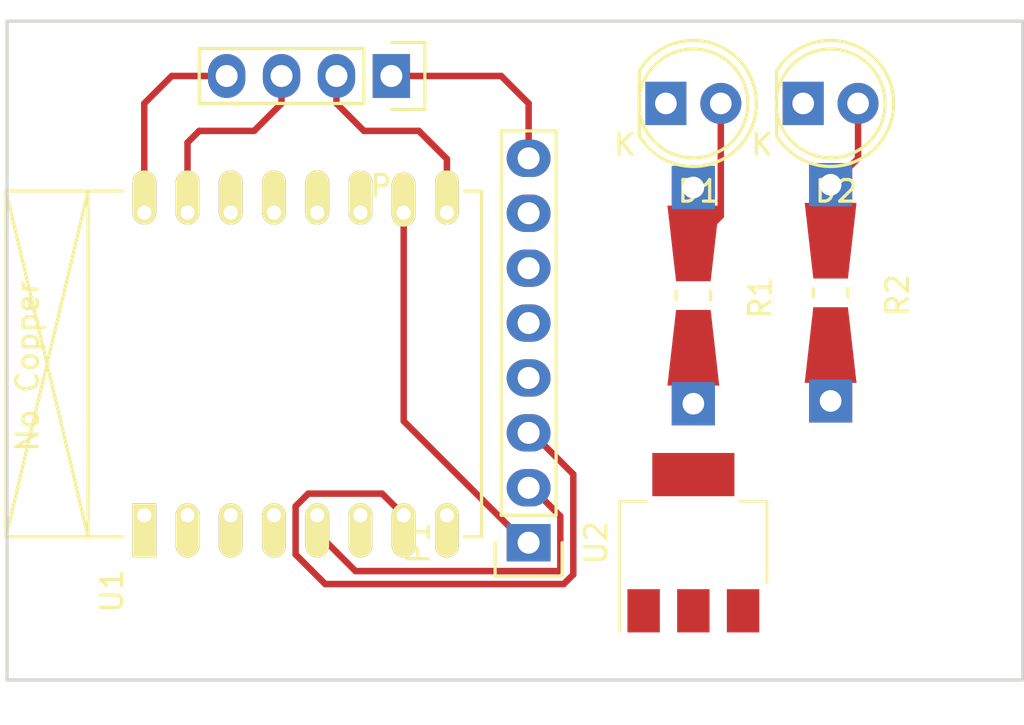
<source format=kicad_pcb>
(kicad_pcb (version 4) (host pcbnew 4.0.5+dfsg1-4)

  (general
    (links 24)
    (no_connects 20)
    (area 161.214999 126.924999 208.355001 157.555001)
    (thickness 1.6)
    (drawings 5)
    (tracks 41)
    (zones 0)
    (modules 8)
    (nets 21)
  )

  (page A4)
  (layers
    (0 F.Cu signal)
    (31 B.Cu signal)
    (32 B.Adhes user)
    (33 F.Adhes user)
    (34 B.Paste user)
    (35 F.Paste user)
    (36 B.SilkS user)
    (37 F.SilkS user)
    (38 B.Mask user)
    (39 F.Mask user)
    (40 Dwgs.User user)
    (41 Cmts.User user)
    (42 Eco1.User user)
    (43 Eco2.User user)
    (44 Edge.Cuts user)
    (45 Margin user)
    (46 B.CrtYd user)
    (47 F.CrtYd user)
    (48 B.Fab user)
    (49 F.Fab user)
  )

  (setup
    (last_trace_width 0.3)
    (trace_clearance 0.3)
    (zone_clearance 0.508)
    (zone_45_only no)
    (trace_min 0.2)
    (segment_width 0.2)
    (edge_width 0.15)
    (via_size 0.8)
    (via_drill 0.6)
    (via_min_size 0.4)
    (via_min_drill 0.3)
    (uvia_size 0.3)
    (uvia_drill 0.1)
    (uvias_allowed no)
    (uvia_min_size 0.2)
    (uvia_min_drill 0.1)
    (pcb_text_width 0.3)
    (pcb_text_size 1.5 1.5)
    (mod_edge_width 0.15)
    (mod_text_size 1 1)
    (mod_text_width 0.15)
    (pad_size 1.524 1.524)
    (pad_drill 0.762)
    (pad_to_mask_clearance 0.2)
    (aux_axis_origin 0 0)
    (visible_elements FFFFFF7F)
    (pcbplotparams
      (layerselection 0x00030_80000001)
      (usegerberextensions false)
      (excludeedgelayer true)
      (linewidth 0.100000)
      (plotframeref false)
      (viasonmask false)
      (mode 1)
      (useauxorigin false)
      (hpglpennumber 1)
      (hpglpenspeed 20)
      (hpglpendiameter 15)
      (hpglpenoverlay 2)
      (psnegative false)
      (psa4output false)
      (plotreference true)
      (plotvalue true)
      (plotinvisibletext false)
      (padsonsilk false)
      (subtractmaskfromsilk false)
      (outputformat 1)
      (mirror false)
      (drillshape 1)
      (scaleselection 1)
      (outputdirectory ""))
  )

  (net 0 "")
  (net 1 GND)
  (net 2 "Net-(D1-Pad2)")
  (net 3 "Net-(D2-Pad2)")
  (net 4 SDA)
  (net 5 SCK)
  (net 6 MOSI)
  (net 7 MISO)
  (net 8 "Net-(P1-Pad5)")
  (net 9 RST)
  (net 10 VCC)
  (net 11 TX)
  (net 12 RX)
  (net 13 "Net-(R1-Pad2)")
  (net 14 "Net-(R2-Pad2)")
  (net 15 "Net-(U1-Pad1)")
  (net 16 "Net-(U1-Pad2)")
  (net 17 "Net-(U1-Pad3)")
  (net 18 "Net-(U1-Pad4)")
  (net 19 "Net-(U1-Pad11)")
  (net 20 "Net-(P3-Pad1)")

  (net_class Default "This is the default net class."
    (clearance 0.3)
    (trace_width 0.3)
    (via_dia 0.8)
    (via_drill 0.6)
    (uvia_dia 0.3)
    (uvia_drill 0.1)
    (add_net GND)
    (add_net MISO)
    (add_net MOSI)
    (add_net "Net-(D1-Pad2)")
    (add_net "Net-(D2-Pad2)")
    (add_net "Net-(P1-Pad5)")
    (add_net "Net-(P3-Pad1)")
    (add_net "Net-(R1-Pad2)")
    (add_net "Net-(R2-Pad2)")
    (add_net "Net-(U1-Pad1)")
    (add_net "Net-(U1-Pad11)")
    (add_net "Net-(U1-Pad2)")
    (add_net "Net-(U1-Pad3)")
    (add_net "Net-(U1-Pad4)")
    (add_net RST)
    (add_net RX)
    (add_net SCK)
    (add_net SDA)
    (add_net TX)
    (add_net VCC)
  )

  (module LEDs:LED-5MM (layer F.Cu) (tedit 5570F7EA) (tstamp 59A45A07)
    (at 191.77 130.81)
    (descr "LED 5mm round vertical")
    (tags "LED 5mm round vertical")
    (path /59A45CDB)
    (fp_text reference D1 (at 1.524 4.064) (layer F.SilkS)
      (effects (font (size 1 1) (thickness 0.15)))
    )
    (fp_text value LED (at 1.524 -3.937) (layer F.Fab)
      (effects (font (size 1 1) (thickness 0.15)))
    )
    (fp_line (start -1.5 -1.55) (end -1.5 1.55) (layer F.CrtYd) (width 0.05))
    (fp_arc (start 1.3 0) (end -1.5 1.55) (angle -302) (layer F.CrtYd) (width 0.05))
    (fp_arc (start 1.27 0) (end -1.23 -1.5) (angle 297.5) (layer F.SilkS) (width 0.15))
    (fp_line (start -1.23 1.5) (end -1.23 -1.5) (layer F.SilkS) (width 0.15))
    (fp_circle (center 1.27 0) (end 0.97 -2.5) (layer F.SilkS) (width 0.15))
    (fp_text user K (at -1.905 1.905) (layer F.SilkS)
      (effects (font (size 1 1) (thickness 0.15)))
    )
    (pad 1 thru_hole rect (at 0 0 90) (size 2 1.9) (drill 1.00076) (layers *.Cu *.Mask)
      (net 1 GND))
    (pad 2 thru_hole circle (at 2.54 0) (size 1.9 1.9) (drill 1.00076) (layers *.Cu *.Mask)
      (net 2 "Net-(D1-Pad2)"))
    (model LEDs.3dshapes/LED-5MM.wrl
      (at (xyz 0.05 0 0))
      (scale (xyz 1 1 1))
      (rotate (xyz 0 0 90))
    )
  )

  (module LEDs:LED-5MM (layer F.Cu) (tedit 5570F7EA) (tstamp 59A45A0D)
    (at 198.12 130.81)
    (descr "LED 5mm round vertical")
    (tags "LED 5mm round vertical")
    (path /59A45D67)
    (fp_text reference D2 (at 1.524 4.064) (layer F.SilkS)
      (effects (font (size 1 1) (thickness 0.15)))
    )
    (fp_text value LED (at 1.524 -3.937) (layer F.Fab)
      (effects (font (size 1 1) (thickness 0.15)))
    )
    (fp_line (start -1.5 -1.55) (end -1.5 1.55) (layer F.CrtYd) (width 0.05))
    (fp_arc (start 1.3 0) (end -1.5 1.55) (angle -302) (layer F.CrtYd) (width 0.05))
    (fp_arc (start 1.27 0) (end -1.23 -1.5) (angle 297.5) (layer F.SilkS) (width 0.15))
    (fp_line (start -1.23 1.5) (end -1.23 -1.5) (layer F.SilkS) (width 0.15))
    (fp_circle (center 1.27 0) (end 0.97 -2.5) (layer F.SilkS) (width 0.15))
    (fp_text user K (at -1.905 1.905) (layer F.SilkS)
      (effects (font (size 1 1) (thickness 0.15)))
    )
    (pad 1 thru_hole rect (at 0 0 90) (size 2 1.9) (drill 1.00076) (layers *.Cu *.Mask)
      (net 1 GND))
    (pad 2 thru_hole circle (at 2.54 0) (size 1.9 1.9) (drill 1.00076) (layers *.Cu *.Mask)
      (net 3 "Net-(D2-Pad2)"))
    (model LEDs.3dshapes/LED-5MM.wrl
      (at (xyz 0.05 0 0))
      (scale (xyz 1 1 1))
      (rotate (xyz 0 0 90))
    )
  )

  (module Socket_Strips:Socket_Strip_Straight_1x08 (layer F.Cu) (tedit 0) (tstamp 59A45A19)
    (at 185.42 151.13 90)
    (descr "Through hole socket strip")
    (tags "socket strip")
    (path /59A455AD)
    (fp_text reference P1 (at 0 -5.1 90) (layer F.SilkS)
      (effects (font (size 1 1) (thickness 0.15)))
    )
    (fp_text value RFID-RC522-MODULE (at 0 -3.1 90) (layer F.Fab)
      (effects (font (size 1 1) (thickness 0.15)))
    )
    (fp_line (start -1.75 -1.75) (end -1.75 1.75) (layer F.CrtYd) (width 0.05))
    (fp_line (start 19.55 -1.75) (end 19.55 1.75) (layer F.CrtYd) (width 0.05))
    (fp_line (start -1.75 -1.75) (end 19.55 -1.75) (layer F.CrtYd) (width 0.05))
    (fp_line (start -1.75 1.75) (end 19.55 1.75) (layer F.CrtYd) (width 0.05))
    (fp_line (start 1.27 1.27) (end 19.05 1.27) (layer F.SilkS) (width 0.15))
    (fp_line (start 19.05 1.27) (end 19.05 -1.27) (layer F.SilkS) (width 0.15))
    (fp_line (start 19.05 -1.27) (end 1.27 -1.27) (layer F.SilkS) (width 0.15))
    (fp_line (start -1.55 1.55) (end 0 1.55) (layer F.SilkS) (width 0.15))
    (fp_line (start 1.27 1.27) (end 1.27 -1.27) (layer F.SilkS) (width 0.15))
    (fp_line (start 0 -1.55) (end -1.55 -1.55) (layer F.SilkS) (width 0.15))
    (fp_line (start -1.55 -1.55) (end -1.55 1.55) (layer F.SilkS) (width 0.15))
    (pad 1 thru_hole rect (at 0 0 90) (size 1.7272 2.032) (drill 1.016) (layers *.Cu *.Mask)
      (net 4 SDA))
    (pad 2 thru_hole oval (at 2.54 0 90) (size 1.7272 2.032) (drill 1.016) (layers *.Cu *.Mask)
      (net 5 SCK))
    (pad 3 thru_hole oval (at 5.08 0 90) (size 1.7272 2.032) (drill 1.016) (layers *.Cu *.Mask)
      (net 6 MOSI))
    (pad 4 thru_hole oval (at 7.62 0 90) (size 1.7272 2.032) (drill 1.016) (layers *.Cu *.Mask)
      (net 7 MISO))
    (pad 5 thru_hole oval (at 10.16 0 90) (size 1.7272 2.032) (drill 1.016) (layers *.Cu *.Mask)
      (net 8 "Net-(P1-Pad5)"))
    (pad 6 thru_hole oval (at 12.7 0 90) (size 1.7272 2.032) (drill 1.016) (layers *.Cu *.Mask)
      (net 1 GND))
    (pad 7 thru_hole oval (at 15.24 0 90) (size 1.7272 2.032) (drill 1.016) (layers *.Cu *.Mask)
      (net 9 RST))
    (pad 8 thru_hole oval (at 17.78 0 90) (size 1.7272 2.032) (drill 1.016) (layers *.Cu *.Mask)
      (net 10 VCC))
    (model Socket_Strips.3dshapes/Socket_Strip_Straight_1x08.wrl
      (at (xyz 0.35 0 0))
      (scale (xyz 1 1 1))
      (rotate (xyz 0 0 180))
    )
  )

  (module Socket_Strips:Socket_Strip_Straight_1x04 (layer F.Cu) (tedit 0) (tstamp 59A45A21)
    (at 179.07 129.54 180)
    (descr "Through hole socket strip")
    (tags "socket strip")
    (path /59A469C0)
    (fp_text reference P2 (at 0 -5.1 180) (layer F.SilkS)
      (effects (font (size 1 1) (thickness 0.15)))
    )
    (fp_text value CONN_01X04 (at 0 -3.1 180) (layer F.Fab)
      (effects (font (size 1 1) (thickness 0.15)))
    )
    (fp_line (start -1.75 -1.75) (end -1.75 1.75) (layer F.CrtYd) (width 0.05))
    (fp_line (start 9.4 -1.75) (end 9.4 1.75) (layer F.CrtYd) (width 0.05))
    (fp_line (start -1.75 -1.75) (end 9.4 -1.75) (layer F.CrtYd) (width 0.05))
    (fp_line (start -1.75 1.75) (end 9.4 1.75) (layer F.CrtYd) (width 0.05))
    (fp_line (start 1.27 -1.27) (end 8.89 -1.27) (layer F.SilkS) (width 0.15))
    (fp_line (start 1.27 1.27) (end 8.89 1.27) (layer F.SilkS) (width 0.15))
    (fp_line (start -1.55 1.55) (end 0 1.55) (layer F.SilkS) (width 0.15))
    (fp_line (start 8.89 -1.27) (end 8.89 1.27) (layer F.SilkS) (width 0.15))
    (fp_line (start 1.27 1.27) (end 1.27 -1.27) (layer F.SilkS) (width 0.15))
    (fp_line (start 0 -1.55) (end -1.55 -1.55) (layer F.SilkS) (width 0.15))
    (fp_line (start -1.55 -1.55) (end -1.55 1.55) (layer F.SilkS) (width 0.15))
    (pad 1 thru_hole rect (at 0 0 180) (size 1.7272 2.032) (drill 1.016) (layers *.Cu *.Mask)
      (net 10 VCC))
    (pad 2 thru_hole oval (at 2.54 0 180) (size 1.7272 2.032) (drill 1.016) (layers *.Cu *.Mask)
      (net 1 GND))
    (pad 3 thru_hole oval (at 5.08 0 180) (size 1.7272 2.032) (drill 1.016) (layers *.Cu *.Mask)
      (net 12 RX))
    (pad 4 thru_hole oval (at 7.62 0 180) (size 1.7272 2.032) (drill 1.016) (layers *.Cu *.Mask)
      (net 11 TX))
    (model Socket_Strips.3dshapes/Socket_Strip_Straight_1x04.wrl
      (at (xyz 0.15 0 0))
      (scale (xyz 1 1 1))
      (rotate (xyz 0 0 180))
    )
  )

  (module Resistors_Universal:Resistor_SMD+THTuniversal_0805to1206_RM10_HandSoldering (layer F.Cu) (tedit 0) (tstamp 59A45A29)
    (at 193.04 139.7 270)
    (descr "Resistor, SMD and THT, universal, 0805 to 1206,RM10,  Hand soldering,")
    (tags "Resistor, SMD and THT, universal, 0805 to 1206, RM10, Hand soldering,")
    (path /59A45D9D)
    (fp_text reference R1 (at 0.09906 -3.0988 270) (layer F.SilkS)
      (effects (font (size 1 1) (thickness 0.15)))
    )
    (fp_text value 4K7 (at -0.39878 4.20116 270) (layer F.Fab)
      (effects (font (size 1 1) (thickness 0.15)))
    )
    (fp_line (start 0 0.8001) (end 0.20066 0.8001) (layer F.SilkS) (width 0.15))
    (fp_line (start 0 0.8001) (end -0.20066 0.8001) (layer F.SilkS) (width 0.15))
    (fp_line (start -0.09906 -0.8001) (end -0.20066 -0.8001) (layer F.SilkS) (width 0.15))
    (fp_line (start -0.20066 -0.8001) (end 0.20066 -0.8001) (layer F.SilkS) (width 0.15))
    (pad 1 smd trapezoid (at -2.413 0 270) (size 3.50012 1.99898) (rect_delta 0.39878 0 ) (layers F.Cu F.Paste F.Mask)
      (net 2 "Net-(D1-Pad2)"))
    (pad 2 smd trapezoid (at 2.413 0 90) (size 3.50012 1.99898) (rect_delta 0.39878 0 ) (layers F.Cu F.Paste F.Mask)
      (net 13 "Net-(R1-Pad2)"))
    (pad 1 thru_hole rect (at -5.00126 0 90) (size 1.99898 1.99898) (drill 1.00076) (layers *.Cu *.Mask)
      (net 2 "Net-(D1-Pad2)"))
    (pad 2 thru_hole rect (at 5.00126 0 90) (size 1.99898 1.99898) (drill 1.00076) (layers *.Cu *.Mask)
      (net 13 "Net-(R1-Pad2)"))
  )

  (module Resistors_Universal:Resistor_SMD+THTuniversal_0805to1206_RM10_HandSoldering (layer F.Cu) (tedit 0) (tstamp 59A45A31)
    (at 199.39 139.573 270)
    (descr "Resistor, SMD and THT, universal, 0805 to 1206,RM10,  Hand soldering,")
    (tags "Resistor, SMD and THT, universal, 0805 to 1206, RM10, Hand soldering,")
    (path /59A45E1A)
    (fp_text reference R2 (at 0.09906 -3.0988 270) (layer F.SilkS)
      (effects (font (size 1 1) (thickness 0.15)))
    )
    (fp_text value 4K7 (at -0.39878 4.20116 270) (layer F.Fab)
      (effects (font (size 1 1) (thickness 0.15)))
    )
    (fp_line (start 0 0.8001) (end 0.20066 0.8001) (layer F.SilkS) (width 0.15))
    (fp_line (start 0 0.8001) (end -0.20066 0.8001) (layer F.SilkS) (width 0.15))
    (fp_line (start -0.09906 -0.8001) (end -0.20066 -0.8001) (layer F.SilkS) (width 0.15))
    (fp_line (start -0.20066 -0.8001) (end 0.20066 -0.8001) (layer F.SilkS) (width 0.15))
    (pad 1 smd trapezoid (at -2.413 0 270) (size 3.50012 1.99898) (rect_delta 0.39878 0 ) (layers F.Cu F.Paste F.Mask)
      (net 3 "Net-(D2-Pad2)"))
    (pad 2 smd trapezoid (at 2.413 0 90) (size 3.50012 1.99898) (rect_delta 0.39878 0 ) (layers F.Cu F.Paste F.Mask)
      (net 14 "Net-(R2-Pad2)"))
    (pad 1 thru_hole rect (at -5.00126 0 90) (size 1.99898 1.99898) (drill 1.00076) (layers *.Cu *.Mask)
      (net 3 "Net-(D2-Pad2)"))
    (pad 2 thru_hole rect (at 5.00126 0 90) (size 1.99898 1.99898) (drill 1.00076) (layers *.Cu *.Mask)
      (net 14 "Net-(R2-Pad2)"))
  )

  (module ESP8266:ESP-07v2 (layer F.Cu) (tedit 59068204) (tstamp 59A45A45)
    (at 167.64 149.86 90)
    (descr "Module, ESP-8266, ESP-07v2, 16 pad, SMD")
    (tags "Module ESP-8266 ESP8266")
    (path /59A454CB)
    (fp_text reference U1 (at -3.5 -1.5 90) (layer F.SilkS)
      (effects (font (size 1 1) (thickness 0.15)))
    )
    (fp_text value ESP-07v2 (at 7.25 2.25 90) (layer F.Fab)
      (effects (font (size 1 1) (thickness 0.15)))
    )
    (fp_line (start -2.25 -0.5) (end -2.25 -6.65) (layer F.CrtYd) (width 0.05))
    (fp_line (start -2.25 -6.65) (end 16.25 -6.65) (layer F.CrtYd) (width 0.05))
    (fp_line (start 16.25 -6.65) (end 16.25 16) (layer F.CrtYd) (width 0.05))
    (fp_line (start 16.25 16) (end -2.25 16) (layer F.CrtYd) (width 0.05))
    (fp_line (start -2.25 16) (end -2.25 -0.5) (layer F.CrtYd) (width 0.05))
    (fp_line (start -1 -6.4) (end 15 -6.4) (layer F.SilkS) (width 0.1524))
    (fp_line (start 15 -6.4) (end 15 -1) (layer F.SilkS) (width 0.1524))
    (fp_line (start -1 -6.4) (end -1 -1) (layer F.SilkS) (width 0.1524))
    (fp_line (start -1 14.8) (end -1 15.6) (layer F.SilkS) (width 0.1524))
    (fp_line (start -1 15.6) (end 15 15.6) (layer F.SilkS) (width 0.1524))
    (fp_line (start 15 15.6) (end 15 14.8) (layer F.SilkS) (width 0.1524))
    (fp_line (start 15 -6.4) (end -1 -2.6) (layer F.SilkS) (width 0.1524))
    (fp_line (start -1 -6.4) (end 15 -2.6) (layer F.SilkS) (width 0.1524))
    (fp_text user "No Copper" (at 6.892 -5.4 90) (layer F.SilkS)
      (effects (font (size 1 1) (thickness 0.15)))
    )
    (fp_line (start -1.008 -2.6) (end 14.992 -2.6) (layer F.SilkS) (width 0.1524))
    (fp_line (start 15 -6.4) (end 15 15.6) (layer F.Fab) (width 0.05))
    (fp_line (start 15 15.6) (end -1 15.6) (layer F.Fab) (width 0.05))
    (fp_line (start -1.008 15.6) (end -1.008 -6.4) (layer F.Fab) (width 0.05))
    (fp_line (start -1 -6.4) (end 15 -6.4) (layer F.Fab) (width 0.05))
    (pad 1 thru_hole rect (at 0 0 90) (size 2.5 1.1) (drill 0.65 (offset -0.7 0)) (layers *.Cu *.Mask F.Paste F.SilkS)
      (net 15 "Net-(U1-Pad1)"))
    (pad 2 thru_hole oval (at 0 2 90) (size 2.5 1.1) (drill 0.65 (offset -0.7 0)) (layers *.Cu *.Mask F.Paste F.SilkS)
      (net 16 "Net-(U1-Pad2)"))
    (pad 3 thru_hole oval (at 0 4 90) (size 2.5 1.1) (drill 0.65 (offset -0.7 0)) (layers *.Cu *.Mask F.Paste F.SilkS)
      (net 17 "Net-(U1-Pad3)"))
    (pad 4 thru_hole oval (at 0 6 90) (size 2.5 1.1) (drill 0.65 (offset -0.7 0)) (layers *.Cu *.Mask F.Paste F.SilkS)
      (net 18 "Net-(U1-Pad4)"))
    (pad 5 thru_hole oval (at 0 8 90) (size 2.5 1.1) (drill 0.65 (offset -0.7 0)) (layers *.Cu *.Mask F.Paste F.SilkS)
      (net 5 SCK))
    (pad 6 thru_hole oval (at 0 10 90) (size 2.5 1.1) (drill 0.65 (offset -0.7 0)) (layers *.Cu *.Mask F.Paste F.SilkS)
      (net 7 MISO))
    (pad 7 thru_hole oval (at 0 12 90) (size 2.5 1.1) (drill 0.65 (offset -0.7 0)) (layers *.Cu *.Mask F.Paste F.SilkS)
      (net 6 MOSI))
    (pad 8 thru_hole oval (at 0 14 90) (size 2.5 1.1) (drill 0.65 (offset -0.7 0)) (layers *.Cu *.Mask F.Paste F.SilkS)
      (net 10 VCC))
    (pad 9 thru_hole oval (at 14 14 90) (size 2.5 1.1) (drill 0.65 (offset 0.7 0)) (layers *.Cu *.Mask F.Paste F.SilkS)
      (net 1 GND))
    (pad 10 thru_hole oval (at 14 12 90) (size 2.5 1.1) (drill 0.65 (offset 0.6 0)) (layers *.Cu *.Mask F.Paste F.SilkS)
      (net 4 SDA))
    (pad 11 thru_hole oval (at 14 10 90) (size 2.5 1.1) (drill 0.65 (offset 0.7 0)) (layers *.Cu *.Mask F.Paste F.SilkS)
      (net 19 "Net-(U1-Pad11)"))
    (pad 12 thru_hole oval (at 14 8 90) (size 2.5 1.1) (drill 0.65 (offset 0.7 0)) (layers *.Cu *.Mask F.Paste F.SilkS)
      (net 9 RST))
    (pad 13 thru_hole oval (at 14 6 90) (size 2.5 1.1) (drill 0.65 (offset 0.7 0)) (layers *.Cu *.Mask F.Paste F.SilkS)
      (net 14 "Net-(R2-Pad2)"))
    (pad 14 thru_hole oval (at 14 4 90) (size 2.5 1.1) (drill 0.65 (offset 0.7 0)) (layers *.Cu *.Mask F.Paste F.SilkS)
      (net 13 "Net-(R1-Pad2)"))
    (pad 15 thru_hole oval (at 14 2 90) (size 2.5 1.1) (drill 0.65 (offset 0.7 0)) (layers *.Cu *.Mask F.Paste F.SilkS)
      (net 12 RX))
    (pad 16 thru_hole oval (at 14 0 90) (size 2.5 1.1) (drill 0.65 (offset 0.7 0)) (layers *.Cu *.Mask F.Paste F.SilkS)
      (net 11 TX))
    (model ${ESPLIB}/ESP8266.3dshapes/ESP-07v2.wrl
      (at (xyz 0 0 0))
      (scale (xyz 0.3937 0.3937 0.3937))
      (rotate (xyz 0 0 0))
    )
  )

  (module TO_SOT_Packages_SMD:SOT-223 (layer F.Cu) (tedit 583F3B4E) (tstamp 59A45A4D)
    (at 193.04 151.13 90)
    (descr "module CMS SOT223 4 pins")
    (tags "CMS SOT")
    (path /59A4567E)
    (attr smd)
    (fp_text reference U2 (at 0 -4.5 90) (layer F.SilkS)
      (effects (font (size 1 1) (thickness 0.15)))
    )
    (fp_text value LM1117-3.3 (at 0 4.5 90) (layer F.Fab)
      (effects (font (size 1 1) (thickness 0.15)))
    )
    (fp_line (start 1.91 3.41) (end 1.91 2.15) (layer F.SilkS) (width 0.12))
    (fp_line (start 1.91 -3.41) (end 1.91 -2.15) (layer F.SilkS) (width 0.12))
    (fp_line (start 4.4 -3.6) (end -4.4 -3.6) (layer F.CrtYd) (width 0.05))
    (fp_line (start 4.4 3.6) (end 4.4 -3.6) (layer F.CrtYd) (width 0.05))
    (fp_line (start -4.4 3.6) (end 4.4 3.6) (layer F.CrtYd) (width 0.05))
    (fp_line (start -4.4 -3.6) (end -4.4 3.6) (layer F.CrtYd) (width 0.05))
    (fp_line (start -1.85 -3.35) (end -1.85 3.35) (layer F.Fab) (width 0.15))
    (fp_line (start -1.85 3.41) (end 1.91 3.41) (layer F.SilkS) (width 0.12))
    (fp_line (start -1.85 -3.35) (end 1.85 -3.35) (layer F.Fab) (width 0.15))
    (fp_line (start -4.1 -3.41) (end 1.91 -3.41) (layer F.SilkS) (width 0.12))
    (fp_line (start -1.85 3.35) (end 1.85 3.35) (layer F.Fab) (width 0.15))
    (fp_line (start 1.85 -3.35) (end 1.85 3.35) (layer F.Fab) (width 0.15))
    (pad 4 smd rect (at 3.15 0 90) (size 2 3.8) (layers F.Cu F.Paste F.Mask)
      (net 10 VCC))
    (pad 2 smd rect (at -3.15 0 90) (size 2 1.5) (layers F.Cu F.Paste F.Mask)
      (net 10 VCC))
    (pad 3 smd rect (at -3.15 2.3 90) (size 2 1.5) (layers F.Cu F.Paste F.Mask)
      (net 20 "Net-(P3-Pad1)"))
    (pad 1 smd rect (at -3.15 -2.3 90) (size 2 1.5) (layers F.Cu F.Paste F.Mask)
      (net 1 GND))
    (model TO_SOT_Packages_SMD.3dshapes/SOT-223.wrl
      (at (xyz 0 0 0))
      (scale (xyz 0.4 0.4 0.4))
      (rotate (xyz 0 0 90))
    )
  )

  (gr_line (start 161.29 127) (end 161.29 128.27) (angle 90) (layer Edge.Cuts) (width 0.15))
  (gr_line (start 208.28 127) (end 161.29 127) (angle 90) (layer Edge.Cuts) (width 0.15))
  (gr_line (start 208.28 157.48) (end 208.28 127) (angle 90) (layer Edge.Cuts) (width 0.15))
  (gr_line (start 161.29 157.48) (end 208.28 157.48) (angle 90) (layer Edge.Cuts) (width 0.15))
  (gr_line (start 161.29 128.27) (end 161.29 157.48) (angle 90) (layer Edge.Cuts) (width 0.15))

  (segment (start 176.53 129.54) (end 176.53 130.81) (width 0.3) (layer F.Cu) (net 1) (status 400000))
  (segment (start 181.64 133.38) (end 181.64 135.86) (width 0.3) (layer F.Cu) (net 1) (tstamp 59A45B42) (status 800000))
  (segment (start 180.34 132.08) (end 181.64 133.38) (width 0.3) (layer F.Cu) (net 1) (tstamp 59A45B40))
  (segment (start 177.8 132.08) (end 180.34 132.08) (width 0.3) (layer F.Cu) (net 1) (tstamp 59A45B3E))
  (segment (start 176.53 130.81) (end 177.8 132.08) (width 0.3) (layer F.Cu) (net 1) (tstamp 59A45B3C))
  (segment (start 193.04 137.287) (end 194.31 136.017) (width 0.3) (layer F.Cu) (net 2))
  (segment (start 194.31 136.017) (end 194.31 130.81) (width 0.3) (layer F.Cu) (net 2))
  (segment (start 199.43826 134.57174) (end 200.66 133.35) (width 0.3) (layer F.Cu) (net 3))
  (segment (start 200.66 133.35) (end 200.66 130.81) (width 0.3) (layer F.Cu) (net 3))
  (segment (start 199.39 134.57174) (end 199.43826 134.57174) (width 0.3) (layer F.Cu) (net 3))
  (segment (start 185.42 151.13) (end 185.2676 151.13) (width 0.3) (layer F.Cu) (net 4))
  (segment (start 185.2676 151.13) (end 179.64 145.5024) (width 0.3) (layer F.Cu) (net 4))
  (segment (start 179.64 145.5024) (end 179.64 135.86) (width 0.3) (layer F.Cu) (net 4))
  (segment (start 185.42 148.59) (end 185.5724 148.59) (width 0.3) (layer F.Cu) (net 5))
  (segment (start 185.5724 148.59) (end 186.886001 149.903601) (width 0.3) (layer F.Cu) (net 5))
  (segment (start 186.886001 152.353601) (end 186.796001 152.443601) (width 0.3) (layer F.Cu) (net 5))
  (segment (start 186.886001 149.903601) (end 186.886001 152.353601) (width 0.3) (layer F.Cu) (net 5))
  (segment (start 186.796001 152.443601) (end 177.409374 152.443601) (width 0.3) (layer F.Cu) (net 5))
  (segment (start 177.409374 152.443601) (end 175.64 150.674227) (width 0.3) (layer F.Cu) (net 5))
  (segment (start 175.64 150.674227) (end 175.64 149.86) (width 0.3) (layer F.Cu) (net 5))
  (segment (start 185.42 146.05) (end 185.5724 146.05) (width 0.3) (layer F.Cu) (net 6))
  (segment (start 185.5724 146.05) (end 187.48601 147.96361) (width 0.3) (layer F.Cu) (net 6))
  (segment (start 178.63999 148.85999) (end 179.64 149.86) (width 0.3) (layer F.Cu) (net 6))
  (segment (start 187.48601 147.96361) (end 187.48601 152.602134) (width 0.3) (layer F.Cu) (net 6))
  (segment (start 187.48601 152.602134) (end 187.044533 153.043611) (width 0.3) (layer F.Cu) (net 6))
  (segment (start 187.044533 153.043611) (end 176.009384 153.043611) (width 0.3) (layer F.Cu) (net 6))
  (segment (start 176.009384 153.043611) (end 174.64 151.674227) (width 0.3) (layer F.Cu) (net 6))
  (segment (start 174.64 151.674227) (end 174.64 149.445773) (width 0.3) (layer F.Cu) (net 6))
  (segment (start 174.64 149.445773) (end 175.225783 148.85999) (width 0.3) (layer F.Cu) (net 6))
  (segment (start 175.225783 148.85999) (end 178.63999 148.85999) (width 0.3) (layer F.Cu) (net 6))
  (segment (start 185.42 133.35) (end 185.42 130.81) (width 0.3) (layer F.Cu) (net 10) (status 400000))
  (segment (start 184.15 129.54) (end 179.07 129.54) (width 0.3) (layer F.Cu) (net 10) (tstamp 59A45B48) (status 800000))
  (segment (start 185.42 130.81) (end 184.15 129.54) (width 0.3) (layer F.Cu) (net 10) (tstamp 59A45B46))
  (segment (start 167.64 135.86) (end 167.64 130.81) (width 0.3) (layer F.Cu) (net 11) (status 400000))
  (segment (start 168.91 129.54) (end 171.45 129.54) (width 0.3) (layer F.Cu) (net 11) (tstamp 59A45B30) (status 800000))
  (segment (start 167.64 130.81) (end 168.91 129.54) (width 0.3) (layer F.Cu) (net 11) (tstamp 59A45B2E))
  (segment (start 169.64 135.86) (end 169.64 132.62) (width 0.3) (layer F.Cu) (net 12) (status 400000))
  (segment (start 173.99 130.81) (end 173.99 129.54) (width 0.3) (layer F.Cu) (net 12) (tstamp 59A45B38) (status 800000))
  (segment (start 172.72 132.08) (end 173.99 130.81) (width 0.3) (layer F.Cu) (net 12) (tstamp 59A45B36))
  (segment (start 170.18 132.08) (end 172.72 132.08) (width 0.3) (layer F.Cu) (net 12) (tstamp 59A45B35))
  (segment (start 169.64 132.62) (end 170.18 132.08) (width 0.3) (layer F.Cu) (net 12) (tstamp 59A45B34))

)

</source>
